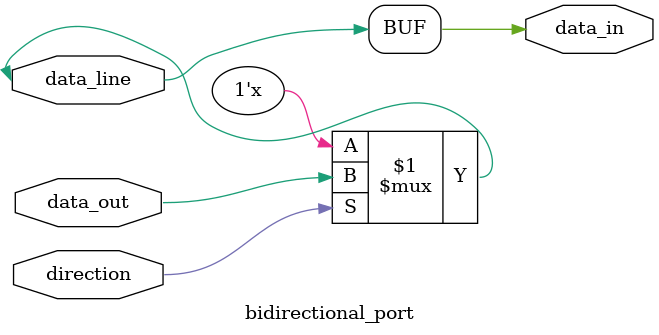
<source format=sv>
module bidirectional_port (
    inout wire data_line,
    input wire direction,
    input wire data_out,
    output wire data_in
);

    assign data_line = direction ? data_out : 1'bz;
    assign data_in = data_line;

endmodule
</source>
